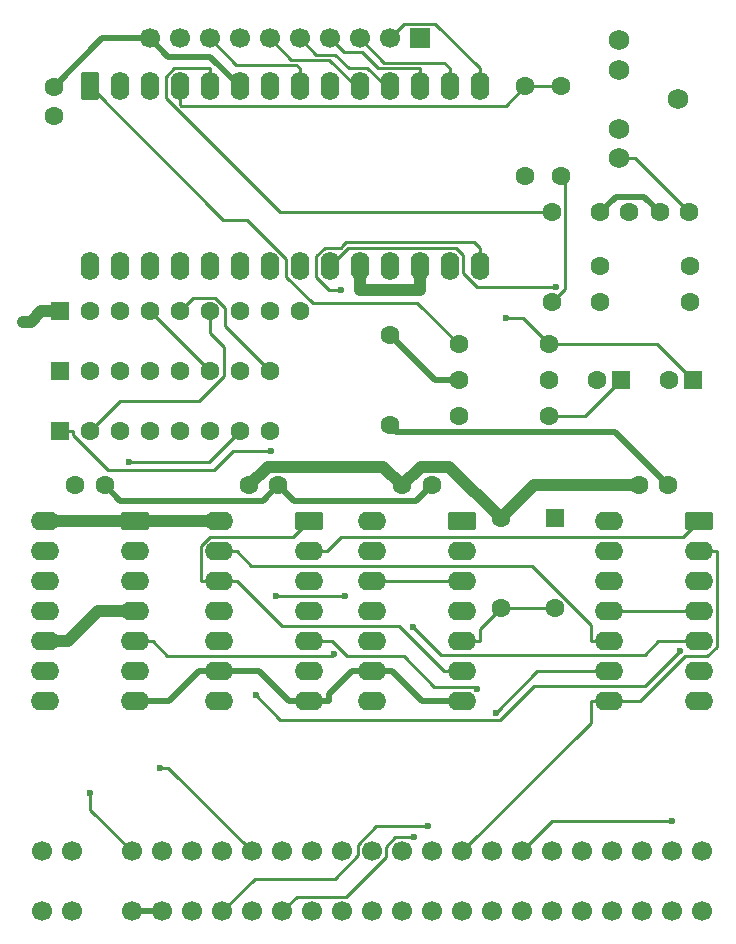
<source format=gbr>
%TF.GenerationSoftware,KiCad,Pcbnew,9.0.4*%
%TF.CreationDate,2025-09-25T21:38:56+01:00*%
%TF.ProjectId,ay-zonic-core,61792d7a-6f6e-4696-932d-636f72652e6b,2.0*%
%TF.SameCoordinates,Original*%
%TF.FileFunction,Copper,L2,Bot*%
%TF.FilePolarity,Positive*%
%FSLAX46Y46*%
G04 Gerber Fmt 4.6, Leading zero omitted, Abs format (unit mm)*
G04 Created by KiCad (PCBNEW 9.0.4) date 2025-09-25 21:38:56*
%MOMM*%
%LPD*%
G01*
G04 APERTURE LIST*
G04 Aperture macros list*
%AMRoundRect*
0 Rectangle with rounded corners*
0 $1 Rounding radius*
0 $2 $3 $4 $5 $6 $7 $8 $9 X,Y pos of 4 corners*
0 Add a 4 corners polygon primitive as box body*
4,1,4,$2,$3,$4,$5,$6,$7,$8,$9,$2,$3,0*
0 Add four circle primitives for the rounded corners*
1,1,$1+$1,$2,$3*
1,1,$1+$1,$4,$5*
1,1,$1+$1,$6,$7*
1,1,$1+$1,$8,$9*
0 Add four rect primitives between the rounded corners*
20,1,$1+$1,$2,$3,$4,$5,0*
20,1,$1+$1,$4,$5,$6,$7,0*
20,1,$1+$1,$6,$7,$8,$9,0*
20,1,$1+$1,$8,$9,$2,$3,0*%
G04 Aperture macros list end*
%TA.AperFunction,ComponentPad*%
%ADD10C,1.600000*%
%TD*%
%TA.AperFunction,ComponentPad*%
%ADD11RoundRect,0.250000X-0.550000X0.550000X-0.550000X-0.550000X0.550000X-0.550000X0.550000X0.550000X0*%
%TD*%
%TA.AperFunction,ComponentPad*%
%ADD12C,1.700000*%
%TD*%
%TA.AperFunction,ComponentPad*%
%ADD13RoundRect,0.250000X0.950000X0.550000X-0.950000X0.550000X-0.950000X-0.550000X0.950000X-0.550000X0*%
%TD*%
%TA.AperFunction,ComponentPad*%
%ADD14O,2.400000X1.600000*%
%TD*%
%TA.AperFunction,ComponentPad*%
%ADD15C,1.752600*%
%TD*%
%TA.AperFunction,ComponentPad*%
%ADD16RoundRect,0.250000X0.550000X0.550000X-0.550000X0.550000X-0.550000X-0.550000X0.550000X-0.550000X0*%
%TD*%
%TA.AperFunction,ComponentPad*%
%ADD17R,1.600000X1.600000*%
%TD*%
%TA.AperFunction,ComponentPad*%
%ADD18RoundRect,0.250000X-0.550000X0.950000X-0.550000X-0.950000X0.550000X-0.950000X0.550000X0.950000X0*%
%TD*%
%TA.AperFunction,ComponentPad*%
%ADD19O,1.600000X2.400000*%
%TD*%
%TA.AperFunction,ComponentPad*%
%ADD20R,1.700000X1.700000*%
%TD*%
%TA.AperFunction,ViaPad*%
%ADD21C,0.600000*%
%TD*%
%TA.AperFunction,ViaPad*%
%ADD22C,0.800000*%
%TD*%
%TA.AperFunction,Conductor*%
%ADD23C,0.250000*%
%TD*%
%TA.AperFunction,Conductor*%
%ADD24C,0.500000*%
%TD*%
%TA.AperFunction,Conductor*%
%ADD25C,1.000000*%
%TD*%
G04 APERTURE END LIST*
D10*
%TO.P,SW1,2*%
%TO.N,Net-(R1-Pad2)*%
X110744000Y-100330000D03*
D11*
%TO.P,SW1,1*%
%TO.N,/A4*%
X110744000Y-92710000D03*
%TD*%
D12*
%TO.P,CO1,A3,+5Vcc*%
%TO.N,VCC*%
X67310000Y-125984000D03*
%TO.P,CO1,A4,+9Vcc*%
%TO.N,unconnected-(CO1-+9Vcc-PadA4)*%
X69850000Y-125984000D03*
%TO.P,CO1,A6,GND*%
%TO.N,GND*%
X74930000Y-125984000D03*
%TO.P,CO1,A7,GND*%
X77470000Y-125984000D03*
%TO.P,CO1,A8,CLK*%
%TO.N,/CLK*%
X80010000Y-125984000D03*
%TO.P,CO1,A9,A0*%
%TO.N,/A0*%
X82550000Y-125984000D03*
%TO.P,CO1,A10,A1*%
%TO.N,/A1*%
X85090000Y-125984000D03*
%TO.P,CO1,A11,A2*%
%TO.N,/A2*%
X87630000Y-125984000D03*
%TO.P,CO1,A12,A3*%
%TO.N,/A3*%
X90170000Y-125984000D03*
%TO.P,CO1,A13,A15*%
%TO.N,unconnected-(CO1-A15-PadA13)*%
X92710000Y-125984000D03*
%TO.P,CO1,A14,A14*%
%TO.N,unconnected-(CO1-PadA14)*%
X95250000Y-125984000D03*
%TO.P,CO1,A15,A13*%
%TO.N,unconnected-(CO1-A13-PadA15)*%
X97790000Y-125984000D03*
%TO.P,CO1,A16,A12*%
%TO.N,unconnected-(CO1-A12-PadA16)*%
X100330000Y-125984000D03*
%TO.P,CO1,A17,A11*%
%TO.N,unconnected-(CO1-A11-PadA17)*%
X102870000Y-125984000D03*
%TO.P,CO1,A18,A10*%
%TO.N,unconnected-(CO1-A10-PadA18)*%
X105410000Y-125984000D03*
%TO.P,CO1,A19,A9*%
%TO.N,unconnected-(CO1-A9-PadA19)*%
X107950000Y-125984000D03*
%TO.P,CO1,A20,A8*%
%TO.N,unconnected-(CO1-A8-PadA20)*%
X110490000Y-125984000D03*
%TO.P,CO1,A21,A7*%
%TO.N,/A7*%
X113030000Y-125984000D03*
%TO.P,CO1,A22,A6*%
%TO.N,unconnected-(CO1-A6-PadA22)*%
X115570000Y-125984000D03*
%TO.P,CO1,A23,A5*%
%TO.N,unconnected-(CO1-A5-PadA23)*%
X118110000Y-125984000D03*
%TO.P,CO1,A24,A4*%
%TO.N,/A4*%
X120650000Y-125984000D03*
%TO.P,CO1,A25,~{ROMCS}*%
%TO.N,unconnected-(CO1-~{ROMCS}-PadA25)*%
X123190000Y-125984000D03*
%TO.P,CO1,B3,D7*%
%TO.N,/D7*%
X67310000Y-120904000D03*
%TO.P,CO1,B4,~{RAMCS}*%
%TO.N,unconnected-(CO1-~{RAMCS}-PadB4)*%
X69850000Y-120904000D03*
%TO.P,CO1,B6,D0*%
%TO.N,/D0*%
X74930000Y-120904000D03*
%TO.P,CO1,B7,D1*%
%TO.N,/D1*%
X77470000Y-120904000D03*
%TO.P,CO1,B8,D2*%
%TO.N,/D2*%
X80010000Y-120904000D03*
%TO.P,CO1,B9,D6*%
%TO.N,/D6*%
X82550000Y-120904000D03*
%TO.P,CO1,B10,D5*%
%TO.N,/D5*%
X85090000Y-120904000D03*
%TO.P,CO1,B11,D3*%
%TO.N,/D3*%
X87630000Y-120904000D03*
%TO.P,CO1,B12,D4*%
%TO.N,/D4*%
X90170000Y-120904000D03*
%TO.P,CO1,B13,~{INT}*%
%TO.N,unconnected-(CO1-~{INT}-PadB13)*%
X92710000Y-120904000D03*
%TO.P,CO1,B14,~{NMI}*%
%TO.N,unconnected-(CO1-~{NMI}-PadB14)*%
X95250000Y-120904000D03*
%TO.P,CO1,B15,~{HALT}*%
%TO.N,unconnected-(CO1-~{HALT}-PadB15)*%
X97790000Y-120904000D03*
%TO.P,CO1,B16,~{MREQ}*%
%TO.N,unconnected-(CO1-~{MREQ}-PadB16)*%
X100330000Y-120904000D03*
%TO.P,CO1,B17,~{IOREQ}*%
%TO.N,/~{IOREQ}*%
X102870000Y-120904000D03*
%TO.P,CO1,B18,~{RD}*%
%TO.N,/~{RD}*%
X105410000Y-120904000D03*
%TO.P,CO1,B19,~{WR}*%
%TO.N,/~{WR}*%
X107950000Y-120904000D03*
%TO.P,CO1,B20,~{BUSAC}*%
%TO.N,unconnected-(CO1-~{BUSAC}-PadB20)*%
X110490000Y-120904000D03*
%TO.P,CO1,B21,~{WAIT}*%
%TO.N,unconnected-(CO1-~{WAIT}-PadB21)*%
X113030000Y-120904000D03*
%TO.P,CO1,B22,~{BUSRQ}*%
%TO.N,unconnected-(CO1-~{BUSRQ}-PadB22)*%
X115570000Y-120904000D03*
%TO.P,CO1,B23,~{RESET}*%
%TO.N,/~{RESET}*%
X118110000Y-120904000D03*
%TO.P,CO1,B24,~{M1}*%
%TO.N,unconnected-(CO1-~{M1}-PadB24)*%
X120650000Y-120904000D03*
%TO.P,CO1,B25,~{RFSH}*%
%TO.N,unconnected-(CO1-~{RFSH}-PadB25)*%
X123190000Y-120904000D03*
%TD*%
D13*
%TO.P,U5,1*%
%TO.N,/IOWR*%
X122936000Y-92964000D03*
D14*
%TO.P,U5,2*%
%TO.N,/~{IOREQ}*%
X122936000Y-95504000D03*
%TO.P,U5,3*%
%TO.N,/~{WR}*%
X122936000Y-98044000D03*
%TO.P,U5,4*%
%TO.N,Net-(U5-Pad11)*%
X122936000Y-100584000D03*
%TO.P,U5,5*%
%TO.N,Net-(U3-Pad6)*%
X122936000Y-103124000D03*
%TO.P,U5,6*%
%TO.N,Net-(U3-Pad11)*%
X122936000Y-105664000D03*
%TO.P,U5,7,GND*%
%TO.N,GND*%
X122936000Y-108204000D03*
%TO.P,U5,8*%
%TO.N,/~{IOREQ}*%
X115316000Y-108204000D03*
%TO.P,U5,9*%
%TO.N,/~{RD}*%
X115316000Y-105664000D03*
%TO.P,U5,10*%
%TO.N,/IORD*%
X115316000Y-103124000D03*
%TO.P,U5,11*%
%TO.N,Net-(U5-Pad11)*%
X115316000Y-100584000D03*
%TO.P,U5,12*%
X115316000Y-98044000D03*
%TO.P,U5,13*%
%TO.N,/BC1*%
X115316000Y-95504000D03*
%TO.P,U5,14,VCC*%
%TO.N,VCC*%
X115316000Y-92964000D03*
%TD*%
D10*
%TO.P,R8,1*%
%TO.N,Net-(C2-Pad2)*%
X114554000Y-71374000D03*
%TO.P,R8,2*%
%TO.N,/LEFT*%
X122174000Y-71374000D03*
%TD*%
%TO.P,FB1,1*%
%TO.N,GND*%
X96774000Y-84836000D03*
%TO.P,FB1,2*%
%TO.N,GND_AUDIO*%
X96774000Y-77216000D03*
%TD*%
%TO.P,C6,1*%
%TO.N,VCC*%
X70144000Y-89916000D03*
%TO.P,C6,2*%
%TO.N,GND*%
X72644000Y-89916000D03*
%TD*%
D13*
%TO.P,U2,1,~{R}*%
%TO.N,VCC*%
X75184000Y-92964000D03*
D14*
%TO.P,U2,2,D*%
%TO.N,Net-(U2A-D)*%
X75184000Y-95504000D03*
%TO.P,U2,3,C*%
%TO.N,/CLK*%
X75184000Y-98044000D03*
%TO.P,U2,4,~{S}*%
%TO.N,VCC*%
X75184000Y-100584000D03*
%TO.P,U2,5,Q*%
%TO.N,/PSGCLK*%
X75184000Y-103124000D03*
%TO.P,U2,6,~{Q}*%
%TO.N,Net-(U2A-D)*%
X75184000Y-105664000D03*
%TO.P,U2,7,GND*%
%TO.N,GND*%
X75184000Y-108204000D03*
%TO.P,U2,8,~{Q}*%
%TO.N,unconnected-(U2B-~{Q}-Pad8)*%
X67564000Y-108204000D03*
%TO.P,U2,9,Q*%
%TO.N,unconnected-(U2B-Q-Pad9)*%
X67564000Y-105664000D03*
%TO.P,U2,10,~{S}*%
%TO.N,VCC*%
X67564000Y-103124000D03*
%TO.P,U2,11,C*%
X67564000Y-100584000D03*
%TO.P,U2,12,D*%
X67564000Y-98044000D03*
%TO.P,U2,13,~{R}*%
X67564000Y-95504000D03*
%TO.P,U2,14,VCC*%
X67564000Y-92964000D03*
%TD*%
D10*
%TO.P,C3,1*%
%TO.N,/LEFT*%
X122154000Y-66802000D03*
%TO.P,C3,2*%
%TO.N,GND_AUDIO*%
X119654000Y-66802000D03*
%TD*%
D15*
%TO.P,Line Out,1,1*%
%TO.N,/RIGHT*%
X116158000Y-52230000D03*
%TO.P,Line Out,2,2*%
%TO.N,unconnected-(CO2-Pad2)*%
X116158000Y-54730000D03*
%TO.P,Line Out,3,3*%
%TO.N,unconnected-(CO2-Pad3)*%
X116158000Y-59730000D03*
%TO.P,Line Out,4,4*%
%TO.N,/LEFT*%
X116158000Y-62230000D03*
%TO.P,Line Out,5,5*%
%TO.N,GND_AUDIO*%
X121158000Y-57230000D03*
%TD*%
D16*
%TO.P,C1,1*%
%TO.N,Net-(C1-Pad1)*%
X122428000Y-81026000D03*
D10*
%TO.P,C1,2*%
%TO.N,Net-(C1-Pad2)*%
X120428000Y-81026000D03*
%TD*%
%TO.P,R7,1*%
%TO.N,Net-(C1-Pad1)*%
X110236000Y-81026000D03*
%TO.P,R7,2*%
%TO.N,GND_AUDIO*%
X102616000Y-81026000D03*
%TD*%
%TO.P,R3,1*%
%TO.N,/OUTC*%
X102616000Y-77978000D03*
%TO.P,R3,2*%
%TO.N,Net-(C1-Pad1)*%
X110236000Y-77978000D03*
%TD*%
%TO.P,R1,1*%
%TO.N,VCC*%
X106172000Y-92710000D03*
%TO.P,R1,2*%
%TO.N,Net-(R1-Pad2)*%
X106172000Y-100330000D03*
%TD*%
%TO.P,R9,1*%
%TO.N,Net-(C1-Pad2)*%
X122174000Y-74422000D03*
%TO.P,R9,2*%
%TO.N,/RIGHT*%
X114554000Y-74422000D03*
%TD*%
D16*
%TO.P,C2,1*%
%TO.N,Net-(C2-Pad1)*%
X116332000Y-81026000D03*
D10*
%TO.P,C2,2*%
%TO.N,Net-(C2-Pad2)*%
X114332000Y-81026000D03*
%TD*%
%TO.P,C8,1*%
%TO.N,VCC*%
X97830000Y-89916000D03*
%TO.P,C8,2*%
%TO.N,GND*%
X100330000Y-89916000D03*
%TD*%
%TO.P,C4,1*%
%TO.N,/RIGHT*%
X117074000Y-66802000D03*
%TO.P,C4,2*%
%TO.N,GND_AUDIO*%
X114574000Y-66802000D03*
%TD*%
%TO.P,C9,1*%
%TO.N,VCC*%
X117876000Y-89916000D03*
%TO.P,C9,2*%
%TO.N,GND*%
X120376000Y-89916000D03*
%TD*%
%TO.P,R5,1*%
%TO.N,Net-(C1-Pad1)*%
X108204000Y-63754000D03*
%TO.P,R5,2*%
%TO.N,/OUTB*%
X108204000Y-56134000D03*
%TD*%
%TO.P,C5,1*%
%TO.N,VCC*%
X68326000Y-58654000D03*
%TO.P,C5,2*%
%TO.N,GND*%
X68326000Y-56154000D03*
%TD*%
D17*
%TO.P,RN3,1,R1.1*%
%TO.N,/D4*%
X68834000Y-85344000D03*
D10*
%TO.P,RN3,2,R1.2*%
%TO.N,Net-(RN1-R5)*%
X71374000Y-85344000D03*
%TO.P,RN3,3,R2.1*%
%TO.N,/D5*%
X73914000Y-85344000D03*
%TO.P,RN3,4,R2.2*%
%TO.N,Net-(RN1-R6)*%
X76454000Y-85344000D03*
%TO.P,RN3,5,R3.1*%
%TO.N,/D6*%
X78994000Y-85344000D03*
%TO.P,RN3,6,R3.2*%
%TO.N,Net-(RN1-R7)*%
X81534000Y-85344000D03*
%TO.P,RN3,7,R4.1*%
%TO.N,/D7*%
X84074000Y-85344000D03*
%TO.P,RN3,8,R4.2*%
%TO.N,Net-(RN1-R8)*%
X86614000Y-85344000D03*
%TD*%
%TO.P,R2,1*%
%TO.N,/OUTA*%
X110490000Y-66802000D03*
%TO.P,R2,2*%
%TO.N,Net-(C2-Pad1)*%
X110490000Y-74422000D03*
%TD*%
%TO.P,C7,1*%
%TO.N,VCC*%
X84856000Y-89916000D03*
%TO.P,C7,2*%
%TO.N,GND*%
X87356000Y-89916000D03*
%TD*%
%TO.P,R4,1*%
%TO.N,Net-(C2-Pad1)*%
X111252000Y-63754000D03*
%TO.P,R4,2*%
%TO.N,/OUTB*%
X111252000Y-56134000D03*
%TD*%
D13*
%TO.P,U3,1*%
%TO.N,/VALID*%
X89916000Y-92964000D03*
D14*
%TO.P,U3,2*%
%TO.N,/IOWR*%
X89916000Y-95504000D03*
%TO.P,U3,3*%
%TO.N,/BDIR*%
X89916000Y-98044000D03*
%TO.P,U3,4*%
X89916000Y-100584000D03*
%TO.P,U3,5*%
%TO.N,/A7*%
X89916000Y-103124000D03*
%TO.P,U3,6*%
%TO.N,Net-(U3-Pad6)*%
X89916000Y-105664000D03*
%TO.P,U3,7,GND*%
%TO.N,GND*%
X89916000Y-108204000D03*
%TO.P,U3,8*%
%TO.N,unconnected-(U3-Pad8)*%
X82296000Y-108204000D03*
%TO.P,U3,9*%
%TO.N,GND*%
X82296000Y-105664000D03*
%TO.P,U3,10*%
X82296000Y-103124000D03*
%TO.P,U3,11*%
%TO.N,Net-(U3-Pad11)*%
X82296000Y-100584000D03*
%TO.P,U3,12*%
%TO.N,/VALID*%
X82296000Y-98044000D03*
%TO.P,U3,13*%
%TO.N,/IORD*%
X82296000Y-95504000D03*
%TO.P,U3,14,VCC*%
%TO.N,VCC*%
X82296000Y-92964000D03*
%TD*%
D18*
%TO.P,U1,1,CH_C*%
%TO.N,/OUTC*%
X71374000Y-56134000D03*
D19*
%TO.P,U1,2,TEST1*%
%TO.N,unconnected-(U1-TEST1-Pad2)*%
X73914000Y-56134000D03*
%TO.P,U1,3,VCC*%
%TO.N,VCC*%
X76454000Y-56134000D03*
%TO.P,U1,4,CH_B*%
%TO.N,/OUTB*%
X78994000Y-56134000D03*
%TO.P,U1,5,CH_A*%
%TO.N,/OUTA*%
X81534000Y-56134000D03*
%TO.P,U1,6,GND*%
%TO.N,GND*%
X84074000Y-56134000D03*
%TO.P,U1,7,IOA7*%
%TO.N,/IOA7*%
X86614000Y-56134000D03*
%TO.P,U1,8,IOA6*%
%TO.N,/IOA6*%
X89154000Y-56134000D03*
%TO.P,U1,9,IOA5*%
%TO.N,/IOA5*%
X91694000Y-56134000D03*
%TO.P,U1,10,IOA4*%
%TO.N,/IOA4*%
X94234000Y-56134000D03*
%TO.P,U1,11,IOA3*%
%TO.N,/IOA3*%
X96774000Y-56134000D03*
%TO.P,U1,12,IOA2*%
%TO.N,/IOA2*%
X99314000Y-56134000D03*
%TO.P,U1,13,IOA1*%
%TO.N,/IOA1*%
X101854000Y-56134000D03*
%TO.P,U1,14,IOA0*%
%TO.N,/IOA0*%
X104394000Y-56134000D03*
%TO.P,U1,15,CLOCK*%
%TO.N,/PSGCLK*%
X104394000Y-71374000D03*
%TO.P,U1,16,~{RESET}*%
%TO.N,/~{RESET}*%
X101854000Y-71374000D03*
%TO.P,U1,17,A8*%
%TO.N,VCC*%
X99314000Y-71374000D03*
%TO.P,U1,18,BDIR*%
%TO.N,/BDIR*%
X96774000Y-71374000D03*
%TO.P,U1,19,BC2*%
%TO.N,VCC*%
X94234000Y-71374000D03*
%TO.P,U1,20,BC1*%
%TO.N,/BC1*%
X91694000Y-71374000D03*
%TO.P,U1,21,DA7*%
%TO.N,Net-(RN1-R8)*%
X89154000Y-71374000D03*
%TO.P,U1,22,DA6*%
%TO.N,Net-(RN1-R7)*%
X86614000Y-71374000D03*
%TO.P,U1,23,DA5*%
%TO.N,Net-(RN1-R6)*%
X84074000Y-71374000D03*
%TO.P,U1,24,DA4*%
%TO.N,Net-(RN1-R5)*%
X81534000Y-71374000D03*
%TO.P,U1,25,DA3*%
%TO.N,Net-(RN1-R4)*%
X78994000Y-71374000D03*
%TO.P,U1,26,DA2*%
%TO.N,Net-(RN1-R3)*%
X76454000Y-71374000D03*
%TO.P,U1,27,DA1*%
%TO.N,Net-(RN1-R2)*%
X73914000Y-71374000D03*
%TO.P,U1,28,DA0*%
%TO.N,Net-(RN1-R1)*%
X71374000Y-71374000D03*
%TD*%
D10*
%TO.P,R6,1*%
%TO.N,Net-(C2-Pad1)*%
X110236000Y-84074000D03*
%TO.P,R6,2*%
%TO.N,GND_AUDIO*%
X102616000Y-84074000D03*
%TD*%
D20*
%TO.P,I/O,1,Pin_1*%
%TO.N,VCC*%
X99314000Y-52070000D03*
D12*
%TO.P,I/O,2,Pin_2*%
%TO.N,/IOA0*%
X96774000Y-52070000D03*
%TO.P,I/O,3,Pin_3*%
%TO.N,/IOA1*%
X94234000Y-52070000D03*
%TO.P,I/O,4,Pin_4*%
%TO.N,/IOA2*%
X91694000Y-52070000D03*
%TO.P,I/O,5,Pin_5*%
%TO.N,/IOA3*%
X89154000Y-52070000D03*
%TO.P,I/O,6,Pin_6*%
%TO.N,/IOA4*%
X86614000Y-52070000D03*
%TO.P,I/O,7,Pin_7*%
%TO.N,/IOA5*%
X84074000Y-52070000D03*
%TO.P,I/O,8,Pin_8*%
%TO.N,/IOA6*%
X81534000Y-52070000D03*
%TO.P,I/O,9,Pin_9*%
%TO.N,/IOA7*%
X78994000Y-52070000D03*
%TO.P,I/O,10,Pin_10*%
%TO.N,GND*%
X76454000Y-52070000D03*
%TD*%
D13*
%TO.P,U4,1*%
%TO.N,/A3*%
X102870000Y-92964000D03*
D14*
%TO.P,U4,2*%
%TO.N,/A2*%
X102870000Y-95504000D03*
%TO.P,U4,3*%
%TO.N,Net-(U4-Pad12)*%
X102870000Y-98044000D03*
%TO.P,U4,4*%
%TO.N,/A0*%
X102870000Y-100584000D03*
%TO.P,U4,5*%
%TO.N,Net-(R1-Pad2)*%
X102870000Y-103124000D03*
%TO.P,U4,6*%
%TO.N,/VALID*%
X102870000Y-105664000D03*
%TO.P,U4,7,GND*%
%TO.N,GND*%
X102870000Y-108204000D03*
%TO.P,U4,8*%
%TO.N,unconnected-(U4-Pad8)*%
X95250000Y-108204000D03*
%TO.P,U4,9*%
%TO.N,GND*%
X95250000Y-105664000D03*
%TO.P,U4,10*%
X95250000Y-103124000D03*
%TO.P,U4,11*%
X95250000Y-100584000D03*
%TO.P,U4,12*%
%TO.N,Net-(U4-Pad12)*%
X95250000Y-98044000D03*
%TO.P,U4,13*%
%TO.N,/A1*%
X95250000Y-95504000D03*
%TO.P,U4,14,VCC*%
%TO.N,VCC*%
X95250000Y-92964000D03*
%TD*%
D17*
%TO.P,RN1,1,common*%
%TO.N,VCC*%
X68834000Y-75184000D03*
D10*
%TO.P,RN1,2,R1*%
%TO.N,Net-(RN1-R1)*%
X71374000Y-75184000D03*
%TO.P,RN1,3,R2*%
%TO.N,Net-(RN1-R2)*%
X73914000Y-75184000D03*
%TO.P,RN1,4,R3*%
%TO.N,Net-(RN1-R3)*%
X76454000Y-75184000D03*
%TO.P,RN1,5,R4*%
%TO.N,Net-(RN1-R4)*%
X78994000Y-75184000D03*
%TO.P,RN1,6,R5*%
%TO.N,Net-(RN1-R5)*%
X81534000Y-75184000D03*
%TO.P,RN1,7,R6*%
%TO.N,Net-(RN1-R6)*%
X84074000Y-75184000D03*
%TO.P,RN1,8,R7*%
%TO.N,Net-(RN1-R7)*%
X86614000Y-75184000D03*
%TO.P,RN1,9,R8*%
%TO.N,Net-(RN1-R8)*%
X89154000Y-75184000D03*
%TD*%
D17*
%TO.P,RN2,1,R1.1*%
%TO.N,/D0*%
X68834000Y-80264000D03*
D10*
%TO.P,RN2,2,R1.2*%
%TO.N,Net-(RN1-R1)*%
X71374000Y-80264000D03*
%TO.P,RN2,3,R2.1*%
%TO.N,/D1*%
X73914000Y-80264000D03*
%TO.P,RN2,4,R2.2*%
%TO.N,Net-(RN1-R2)*%
X76454000Y-80264000D03*
%TO.P,RN2,5,R3.1*%
%TO.N,/D2*%
X78994000Y-80264000D03*
%TO.P,RN2,6,R3.2*%
%TO.N,Net-(RN1-R3)*%
X81534000Y-80264000D03*
%TO.P,RN2,7,R4.1*%
%TO.N,/D3*%
X84074000Y-80264000D03*
%TO.P,RN2,8,R4.2*%
%TO.N,Net-(RN1-R4)*%
X86614000Y-80264000D03*
%TD*%
D21*
%TO.N,Net-(U3-Pad11)*%
X121351400Y-103956700D03*
X85427900Y-107681800D03*
%TO.N,Net-(U3-Pad6)*%
X98752000Y-101929400D03*
%TO.N,/PSGCLK*%
X92681000Y-73330200D03*
X92086800Y-104181900D03*
%TO.N,/BC1*%
X110851900Y-73099400D03*
%TO.N,/A2*%
X98873300Y-119670700D03*
%TO.N,/~{RD}*%
X105767900Y-109140500D03*
%TO.N,/A7*%
X104157000Y-107150000D03*
%TO.N,/D0*%
X71389900Y-115979700D03*
%TO.N,/D7*%
X74670500Y-87906200D03*
%TO.N,/A1*%
X87126100Y-99294100D03*
X93012900Y-99294100D03*
%TO.N,/~{WR}*%
X120680400Y-118320800D03*
%TO.N,/D4*%
X86762700Y-86994100D03*
%TO.N,/A0*%
X100039800Y-118788900D03*
%TO.N,/D5*%
X77367400Y-113795100D03*
D22*
%TO.N,VCC*%
X65763800Y-76092500D03*
D21*
%TO.N,Net-(C1-Pad1)*%
X106591000Y-75763700D03*
%TD*%
D23*
%TO.N,Net-(U5-Pad11)*%
X122936000Y-100584000D02*
X115316000Y-100584000D01*
%TO.N,Net-(U4-Pad12)*%
X102870000Y-98044000D02*
X95250000Y-98044000D01*
%TO.N,/IOWR*%
X121630700Y-94269300D02*
X122936000Y-92964000D01*
X92677400Y-94269300D02*
X121630700Y-94269300D01*
X91442700Y-95504000D02*
X92677400Y-94269300D01*
X89916000Y-95504000D02*
X91442700Y-95504000D01*
%TO.N,Net-(U3-Pad11)*%
X87516100Y-109770000D02*
X85427900Y-107681800D01*
X106113000Y-109770000D02*
X87516100Y-109770000D01*
X108972700Y-106910300D02*
X106113000Y-109770000D01*
X118397800Y-106910300D02*
X108972700Y-106910300D01*
X121351400Y-103956700D02*
X118397800Y-106910300D01*
%TO.N,Net-(U3-Pad6)*%
X101100900Y-104278300D02*
X98752000Y-101929400D01*
X118352900Y-104278300D02*
X101100900Y-104278300D01*
X119507200Y-103124000D02*
X118352900Y-104278300D01*
X122936000Y-103124000D02*
X119507200Y-103124000D01*
%TO.N,/VALID*%
X81532700Y-98044000D02*
X80769300Y-98044000D01*
X81532700Y-98044000D02*
X82296000Y-98044000D01*
X80769300Y-95021600D02*
X80769300Y-98044000D01*
X81521600Y-94269300D02*
X80769300Y-95021600D01*
X88610700Y-94269300D02*
X81521600Y-94269300D01*
X89916000Y-92964000D02*
X88610700Y-94269300D01*
X102870000Y-105664000D02*
X101343300Y-105664000D01*
X82296000Y-98044000D02*
X83822700Y-98044000D01*
X97533300Y-101854000D02*
X101343300Y-105664000D01*
X87632700Y-101854000D02*
X97533300Y-101854000D01*
X83822700Y-98044000D02*
X87632700Y-101854000D01*
%TO.N,/IORD*%
X113789300Y-101692700D02*
X113789300Y-103124000D01*
X108791100Y-96694500D02*
X113789300Y-101692700D01*
X85013200Y-96694500D02*
X108791100Y-96694500D01*
X83822700Y-95504000D02*
X85013200Y-96694500D01*
X82296000Y-95504000D02*
X83822700Y-95504000D01*
X115316000Y-103124000D02*
X113789300Y-103124000D01*
%TO.N,/PSGCLK*%
X75184000Y-103124000D02*
X76710700Y-103124000D01*
X77927700Y-104341000D02*
X76710700Y-103124000D01*
X91927700Y-104341000D02*
X77927700Y-104341000D01*
X92086800Y-104181900D02*
X91927700Y-104341000D01*
X104394000Y-71374000D02*
X104394000Y-69847300D01*
X93096700Y-69331900D02*
X92832100Y-69596500D01*
X103878600Y-69331900D02*
X93096700Y-69331900D01*
X104394000Y-69847300D02*
X103878600Y-69331900D01*
X91656700Y-73330200D02*
X92681000Y-73330200D01*
X90567300Y-72240800D02*
X91656700Y-73330200D01*
X90567300Y-70507200D02*
X90567300Y-72240800D01*
X91290900Y-69783600D02*
X90567300Y-70507200D01*
X92645000Y-69783600D02*
X91290900Y-69783600D01*
X92832100Y-69596500D02*
X92645000Y-69783600D01*
X92832100Y-69596500D02*
X92645000Y-69783600D01*
%TO.N,/BC1*%
X104124200Y-73099400D02*
X110851900Y-73099400D01*
X102991100Y-71966300D02*
X104124200Y-73099400D01*
X102991100Y-70428800D02*
X102991100Y-71966300D01*
X102345900Y-69783600D02*
X102991100Y-70428800D01*
X93284400Y-69783600D02*
X102345900Y-69783600D01*
X91694000Y-71374000D02*
X93284400Y-69783600D01*
%TO.N,Net-(RN1-R3)*%
X76454000Y-75184000D02*
X81534000Y-80264000D01*
%TO.N,Net-(RN1-R4)*%
X82804000Y-76454000D02*
X86614000Y-80264000D01*
X82804000Y-74859100D02*
X82804000Y-76454000D01*
X81989900Y-74045000D02*
X82804000Y-74859100D01*
X80133000Y-74045000D02*
X81989900Y-74045000D01*
X78994000Y-75184000D02*
X80133000Y-74045000D01*
%TO.N,Net-(RN1-R5)*%
X73914000Y-82804000D02*
X71374000Y-85344000D01*
X80597300Y-82804000D02*
X73914000Y-82804000D01*
X82724600Y-80676700D02*
X80597300Y-82804000D01*
X82724600Y-78212100D02*
X82724600Y-80676700D01*
X81534000Y-77021500D02*
X82724600Y-78212100D01*
X81534000Y-75184000D02*
X81534000Y-77021500D01*
%TO.N,/OUTB*%
X111252000Y-56134000D02*
X108204000Y-56134000D01*
X78994000Y-56134000D02*
X78994000Y-57660700D01*
X79079900Y-57746600D02*
X78994000Y-57660700D01*
X106591400Y-57746600D02*
X79079900Y-57746600D01*
X108204000Y-56134000D02*
X106591400Y-57746600D01*
%TO.N,/OUTC*%
X99097700Y-74459700D02*
X102616000Y-77978000D01*
X90246200Y-74459700D02*
X99097700Y-74459700D01*
X88027300Y-72240800D02*
X90246200Y-74459700D01*
X88027300Y-70723700D02*
X88027300Y-72240800D01*
X84700600Y-67397000D02*
X88027300Y-70723700D01*
X82637000Y-67397000D02*
X84700600Y-67397000D01*
X71374000Y-56134000D02*
X82637000Y-67397000D01*
%TO.N,/OUTA*%
X78522900Y-54607300D02*
X81534000Y-54607300D01*
X77839800Y-55290400D02*
X78522900Y-54607300D01*
X77839800Y-57145400D02*
X77839800Y-55290400D01*
X87496400Y-66802000D02*
X77839800Y-57145400D01*
X110490000Y-66802000D02*
X87496400Y-66802000D01*
X81534000Y-56134000D02*
X81534000Y-54607300D01*
%TO.N,Net-(R1-Pad2)*%
X106172000Y-100330000D02*
X110744000Y-100330000D01*
X104396700Y-102105300D02*
X104396700Y-103124000D01*
X106172000Y-100330000D02*
X104396700Y-102105300D01*
X102870000Y-103124000D02*
X104396700Y-103124000D01*
%TO.N,/IOA0*%
X104394000Y-56134000D02*
X104394000Y-54607300D01*
X98000700Y-50843300D02*
X96774000Y-52070000D01*
X100630000Y-50843300D02*
X98000700Y-50843300D01*
X104394000Y-54607300D02*
X100630000Y-50843300D01*
%TO.N,/IOA2*%
X99314000Y-56134000D02*
X99314000Y-54607300D01*
X92879800Y-53255800D02*
X91694000Y-52070000D01*
X94421500Y-53255800D02*
X92879800Y-53255800D01*
X95773000Y-54607300D02*
X94421500Y-53255800D01*
X99314000Y-54607300D02*
X95773000Y-54607300D01*
%TO.N,/IOA3*%
X90510600Y-53426600D02*
X89154000Y-52070000D01*
X92165400Y-53426600D02*
X90510600Y-53426600D01*
X93310000Y-54571200D02*
X92165400Y-53426600D01*
X94872900Y-54571200D02*
X93310000Y-54571200D01*
X96435700Y-56134000D02*
X94872900Y-54571200D01*
X96774000Y-56134000D02*
X96435700Y-56134000D01*
%TO.N,/IOA4*%
X93932700Y-56134000D02*
X94234000Y-56134000D01*
X91677000Y-53878300D02*
X93932700Y-56134000D01*
X88422300Y-53878300D02*
X91677000Y-53878300D01*
X86614000Y-52070000D02*
X88422300Y-53878300D01*
%TO.N,/IOA1*%
X96319600Y-54155600D02*
X94234000Y-52070000D01*
X101402300Y-54155600D02*
X96319600Y-54155600D01*
X101854000Y-54607300D02*
X101402300Y-54155600D01*
X101854000Y-56134000D02*
X101854000Y-54607300D01*
%TO.N,/IOA6*%
X89154000Y-56134000D02*
X89154000Y-54607300D01*
X88876700Y-54330000D02*
X89154000Y-54607300D01*
X83794000Y-54330000D02*
X88876700Y-54330000D01*
X81534000Y-52070000D02*
X83794000Y-54330000D01*
%TO.N,/A2*%
X98873300Y-119670800D02*
X98873300Y-119670700D01*
X97252400Y-119670800D02*
X98873300Y-119670800D01*
X96426700Y-120496500D02*
X97252400Y-119670800D01*
X96426700Y-121401000D02*
X96426700Y-120496500D01*
X93111200Y-124716500D02*
X96426700Y-121401000D01*
X88897500Y-124716500D02*
X93111200Y-124716500D01*
X87630000Y-125984000D02*
X88897500Y-124716500D01*
%TO.N,/~{IOREQ}*%
X113789300Y-109984700D02*
X113789300Y-108204000D01*
X102870000Y-120904000D02*
X113789300Y-109984700D01*
X114882400Y-108204000D02*
X113789300Y-108204000D01*
X114882400Y-108204000D02*
X115316000Y-108204000D01*
X122936000Y-95504000D02*
X124462700Y-95504000D01*
X115316000Y-108204000D02*
X116842700Y-108204000D01*
X124462700Y-103594700D02*
X124462700Y-95504000D01*
X123663400Y-104394000D02*
X124462700Y-103594700D01*
X121800400Y-104394000D02*
X123663400Y-104394000D01*
X117990400Y-108204000D02*
X121800400Y-104394000D01*
X116842700Y-108204000D02*
X117990400Y-108204000D01*
%TO.N,/~{RD}*%
X109244400Y-105664000D02*
X105767900Y-109140500D01*
X115316000Y-105664000D02*
X109244400Y-105664000D01*
%TO.N,/A7*%
X89916000Y-103124000D02*
X91442700Y-103124000D01*
X91915200Y-103124000D02*
X91442700Y-103124000D01*
X93185200Y-104394000D02*
X91915200Y-103124000D01*
X97964500Y-104394000D02*
X93185200Y-104394000D01*
X100565600Y-106995100D02*
X97964500Y-104394000D01*
X104002100Y-106995100D02*
X100565600Y-106995100D01*
X104157000Y-107150000D02*
X104002100Y-106995100D01*
%TO.N,/D0*%
X71389900Y-117363900D02*
X74930000Y-120904000D01*
X71389900Y-115979700D02*
X71389900Y-117363900D01*
%TO.N,/D7*%
X81511800Y-87906200D02*
X84074000Y-85344000D01*
X74670500Y-87906200D02*
X81511800Y-87906200D01*
%TO.N,/A1*%
X87126100Y-99294100D02*
X93012900Y-99294100D01*
%TO.N,/~{WR}*%
X110533200Y-118320800D02*
X120680400Y-118320800D01*
X107950000Y-120904000D02*
X110533200Y-118320800D01*
%TO.N,/D4*%
X69960700Y-85625700D02*
X69960700Y-85344000D01*
X72900900Y-88565900D02*
X69960700Y-85625700D01*
X81922400Y-88565900D02*
X72900900Y-88565900D01*
X83494200Y-86994100D02*
X81922400Y-88565900D01*
X86762700Y-86994100D02*
X83494200Y-86994100D01*
X68834000Y-85344000D02*
X69960700Y-85344000D01*
%TO.N,/A0*%
X85335000Y-123199000D02*
X82550000Y-125984000D01*
X92105300Y-123199000D02*
X85335000Y-123199000D01*
X94073300Y-121231000D02*
X92105300Y-123199000D01*
X94073300Y-120355800D02*
X94073300Y-121231000D01*
X95640200Y-118788900D02*
X94073300Y-120355800D01*
X100039800Y-118788900D02*
X95640200Y-118788900D01*
%TO.N,/D5*%
X77981100Y-113795100D02*
X77367400Y-113795100D01*
X85090000Y-120904000D02*
X77981100Y-113795100D01*
D24*
%TO.N,GND*%
X74930000Y-125984000D02*
X77470000Y-125984000D01*
X99491700Y-108204000D02*
X96951700Y-105664000D01*
X102870000Y-108204000D02*
X99491700Y-108204000D01*
X95250000Y-105664000D02*
X96951700Y-105664000D01*
X72410000Y-52070000D02*
X76454000Y-52070000D01*
X68326000Y-56154000D02*
X72410000Y-52070000D01*
X86035700Y-91236300D02*
X87356000Y-89916000D01*
X73964300Y-91236300D02*
X86035700Y-91236300D01*
X72644000Y-89916000D02*
X73964300Y-91236300D01*
X81601700Y-53661700D02*
X84074000Y-56134000D01*
X78045700Y-53661700D02*
X81601700Y-53661700D01*
X76454000Y-52070000D02*
X78045700Y-53661700D01*
X91617700Y-107594600D02*
X93548300Y-105664000D01*
X91617700Y-108204000D02*
X91617700Y-107594600D01*
X95250000Y-105664000D02*
X93548300Y-105664000D01*
X90331900Y-108204000D02*
X91617700Y-108204000D01*
X90331900Y-108204000D02*
X89916000Y-108204000D01*
X82296000Y-105664000D02*
X83997700Y-105664000D01*
X78054300Y-108204000D02*
X80594300Y-105664000D01*
X75184000Y-108204000D02*
X78054300Y-108204000D01*
X82296000Y-105664000D02*
X80594300Y-105664000D01*
X88657700Y-91217700D02*
X87356000Y-89916000D01*
X99028300Y-91217700D02*
X88657700Y-91217700D01*
X100330000Y-89916000D02*
X99028300Y-91217700D01*
X97313700Y-85375700D02*
X96774000Y-84836000D01*
X115835700Y-85375700D02*
X97313700Y-85375700D01*
X120376000Y-89916000D02*
X115835700Y-85375700D01*
X85674300Y-105664000D02*
X83997700Y-105664000D01*
X88214300Y-108204000D02*
X85674300Y-105664000D01*
X89916000Y-108204000D02*
X88214300Y-108204000D01*
D25*
%TO.N,VCC*%
X72055700Y-100584000D02*
X69515700Y-103124000D01*
X75184000Y-100584000D02*
X72055700Y-100584000D01*
X67564000Y-103124000D02*
X69515700Y-103124000D01*
X94234000Y-73325700D02*
X99314000Y-73325700D01*
X94234000Y-71374000D02*
X94234000Y-73325700D01*
X99314000Y-71374000D02*
X99314000Y-73325700D01*
X82296000Y-92964000D02*
X75184000Y-92964000D01*
X67564000Y-92964000D02*
X75184000Y-92964000D01*
X108966000Y-89916000D02*
X106172000Y-92710000D01*
X117876000Y-89916000D02*
X108966000Y-89916000D01*
X99387200Y-88358800D02*
X97830000Y-89916000D01*
X101820800Y-88358800D02*
X99387200Y-88358800D01*
X106172000Y-92710000D02*
X101820800Y-88358800D01*
X86447000Y-88325000D02*
X84856000Y-89916000D01*
X96239000Y-88325000D02*
X86447000Y-88325000D01*
X97830000Y-89916000D02*
X96239000Y-88325000D01*
X66373800Y-76092500D02*
X67282300Y-75184000D01*
X65763800Y-76092500D02*
X66373800Y-76092500D01*
X68834000Y-75184000D02*
X67282300Y-75184000D01*
D24*
%TO.N,GND_AUDIO*%
X100584000Y-81026000D02*
X102616000Y-81026000D01*
X96774000Y-77216000D02*
X100584000Y-81026000D01*
X115922500Y-65453500D02*
X114574000Y-66802000D01*
X118305500Y-65453500D02*
X115922500Y-65453500D01*
X119654000Y-66802000D02*
X118305500Y-65453500D01*
D23*
%TO.N,/LEFT*%
X117582000Y-62230000D02*
X116158000Y-62230000D01*
X122154000Y-66802000D02*
X117582000Y-62230000D01*
%TO.N,Net-(C2-Pad1)*%
X113284000Y-84074000D02*
X116332000Y-81026000D01*
X110236000Y-84074000D02*
X113284000Y-84074000D01*
X111640900Y-73271100D02*
X110490000Y-74422000D01*
X111640900Y-64142900D02*
X111640900Y-73271100D01*
X111252000Y-63754000D02*
X111640900Y-64142900D01*
%TO.N,Net-(C1-Pad1)*%
X119380000Y-77978000D02*
X122428000Y-81026000D01*
X110236000Y-77978000D02*
X119380000Y-77978000D01*
X108021700Y-75763700D02*
X106591000Y-75763700D01*
X110236000Y-77978000D02*
X108021700Y-75763700D01*
%TD*%
M02*

</source>
